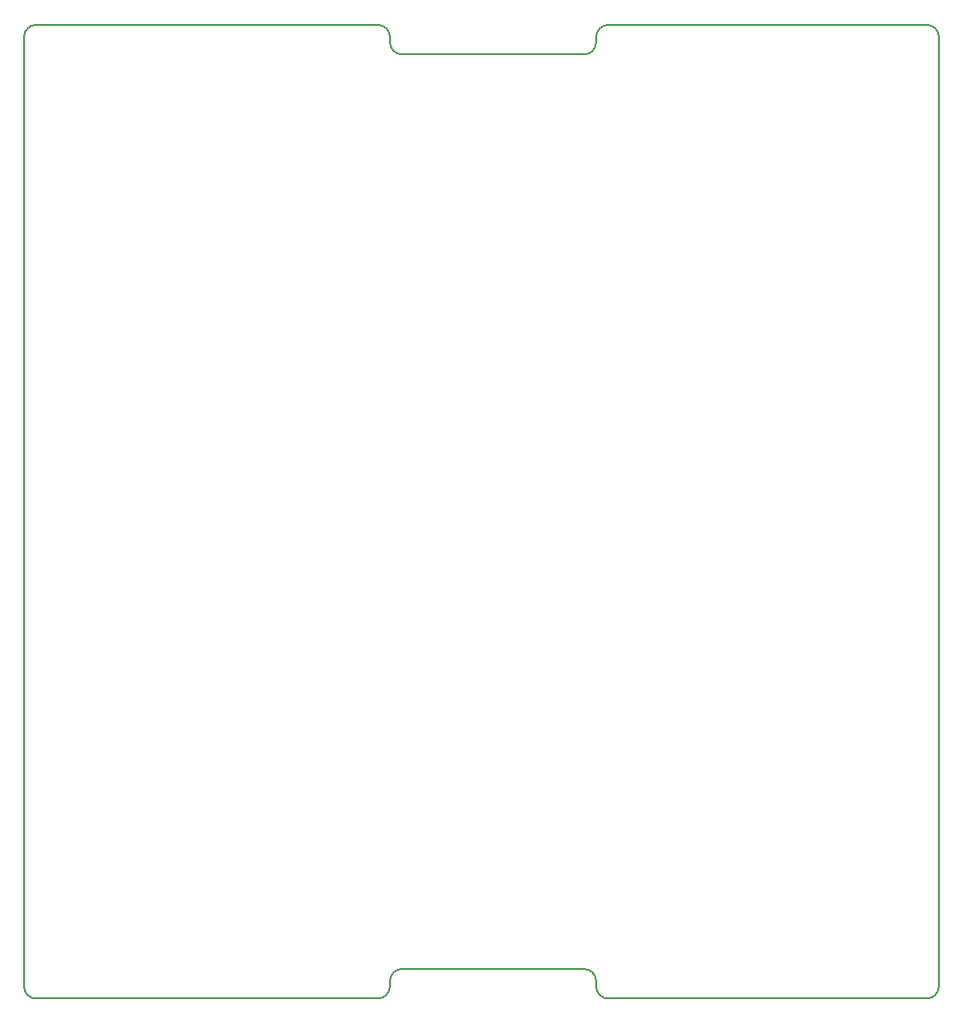
<source format=gbr>
G04 #@! TF.GenerationSoftware,KiCad,Pcbnew,5.0.1*
G04 #@! TF.CreationDate,2018-12-13T21:41:05+01:00*
G04 #@! TF.ProjectId,OIBUS_MOSFET_driver_module,4F494255535F4D4F534645545F647269,rev?*
G04 #@! TF.SameCoordinates,Original*
G04 #@! TF.FileFunction,Profile,NP*
%FSLAX46Y46*%
G04 Gerber Fmt 4.6, Leading zero omitted, Abs format (unit mm)*
G04 Created by KiCad (PCBNEW 5.0.1) date Thu 13 Dec 2018 09:41:05 PM CET*
%MOMM*%
%LPD*%
G01*
G04 APERTURE LIST*
%ADD10C,0.200000*%
G04 APERTURE END LIST*
D10*
X138557000Y-44248000D02*
X138557000Y-137737999D01*
X138557000Y-137737999D02*
G75*
G02X137357000Y-138937999I-1200000J0D01*
G01*
X48387000Y-137738000D02*
X48387000Y-79629000D01*
X49587000Y-138938000D02*
G75*
G02X48387000Y-137738000I0J1200000D01*
G01*
X83257000Y-138937999D02*
X49587000Y-138938000D01*
X84457000Y-137737999D02*
G75*
G02X83257000Y-138937999I-1200000J0D01*
G01*
X84457000Y-137217999D02*
X84457000Y-137737999D01*
X84457000Y-137217999D02*
G75*
G02X85657000Y-136017999I1200000J0D01*
G01*
X103577000Y-136017999D02*
X85657000Y-136017999D01*
X105977000Y-138937999D02*
G75*
G02X104777000Y-137737999I0J1200000D01*
G01*
X137357000Y-138937999D02*
X105977000Y-138937999D01*
X103577000Y-136017999D02*
G75*
G02X104777000Y-137217999I0J-1200000D01*
G01*
X104777000Y-137737999D02*
X104777000Y-137217999D01*
X137357000Y-43048000D02*
G75*
G02X138557000Y-44248000I0J-1200000D01*
G01*
X105977000Y-43048000D02*
X137357000Y-43048000D01*
X104777000Y-44248000D02*
G75*
G02X105977000Y-43048000I1200000J0D01*
G01*
X104777000Y-44768035D02*
X104777000Y-44248000D01*
X104777000Y-44768035D02*
G75*
G02X103577000Y-45968035I-1200000J0D01*
G01*
X85657000Y-45968032D02*
X103577000Y-45968035D01*
X85657000Y-45968032D02*
G75*
G02X84457001Y-44768032I1J1200000D01*
G01*
X84457000Y-44248030D02*
X84457001Y-44768032D01*
X83257001Y-43048030D02*
G75*
G02X84457000Y-44248030I-1J-1200000D01*
G01*
X49587001Y-43048001D02*
X83257001Y-43048030D01*
X48387000Y-44248001D02*
G75*
G02X49587001Y-43048001I1200000J0D01*
G01*
X48386999Y-79658000D02*
X48387000Y-44248001D01*
M02*

</source>
